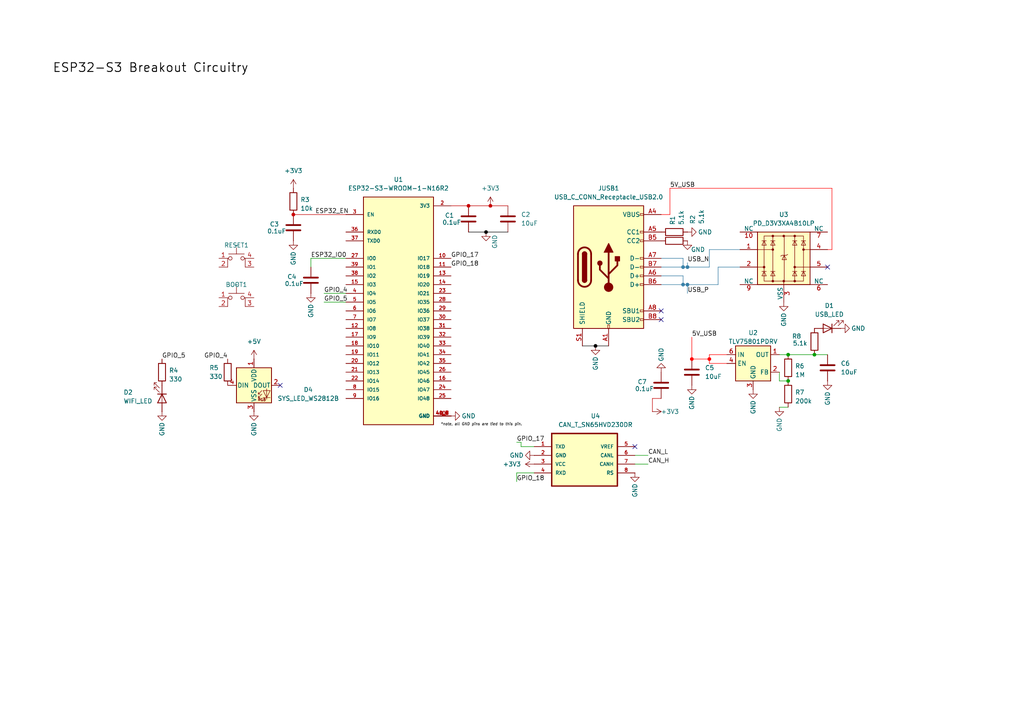
<source format=kicad_sch>
(kicad_sch (version 20231120) (generator "eeschema") (generator_version "8.0")
  (paper "A4")
  (title_block (title "ESP32-S3 Module Breakout Circuitry") (rev "A") (company "Queen's Rocket Engineering Team"))
  (lib_symbols
    (symbol "Connector:USB_C_Receptacle_USB2.0" (pin_names (offset 1.016))
      (property "Reference" "J" (at -10.16 19.05 0))
      (property "Value" "USB_C_Receptacle_USB2.0" (at 19.05 19.05 0))
      (symbol "USB_C_Receptacle_USB2.0_0_0"
        (rectangle (start -0.254 -17.78) (end 0.254 -16.764))
        (rectangle (start 10.16 -14.986) (end 9.144 -15.494))
        (rectangle (start 10.16 -12.446) (end 9.144 -12.954))
        (rectangle (start 10.16 -4.826) (end 9.144 -5.334))
        (rectangle (start 10.16 -2.286) (end 9.144 -2.794))
        (rectangle (start 10.16 0.254) (end 9.144 -0.254))
        (rectangle (start 10.16 2.794) (end 9.144 2.286))
        (rectangle (start 10.16 7.874) (end 9.144 7.366))
        (rectangle (start 10.16 10.414) (end 9.144 9.906))
        (rectangle (start 10.16 15.494) (end 9.144 14.986))
      )
      (symbol "USB_C_Receptacle_USB2.0_0_1"
        (rectangle (start -10.16 17.78) (end 10.16 -17.78) (stroke (width 0.254)) (fill (type background)))
        (arc (start -8.89 -3.81) (mid -6.985 -5.7067) (end -5.08 -3.81) (stroke (width 0.508)))
        (arc (start -7.62 -3.81) (mid -6.985 -4.4423) (end -6.35 -3.81) (stroke (width 0.254)))
        (arc (start -7.62 -3.81) (mid -6.985 -4.4423) (end -6.35 -3.81) (stroke (width 0.254)) (fill (type outline)))
        (rectangle (start -7.62 -3.81) (end -6.35 3.81) (stroke (width 0.254)) (fill (type outline)))
        (arc (start -6.35 3.81) (mid -6.985 4.4423) (end -7.62 3.81) (stroke (width 0.254)))
        (arc (start -6.35 3.81) (mid -6.985 4.4423) (end -7.62 3.81) (stroke (width 0.254)) (fill (type outline)))
        (arc (start -5.08 3.81) (mid -6.985 5.7067) (end -8.89 3.81) (stroke (width 0.508)))
        (circle (center -2.54 1.143) (radius 0.635) (stroke (width 0.254)) (fill (type outline)))
        (circle (center 0 -5.842) (radius 1.27) (fill (type outline)))
        (polyline (pts (xy -8.89 -3.81) (xy -8.89 3.81)) (stroke (width 0.508)))
        (polyline (pts (xy -5.08 3.81) (xy -5.08 -3.81)) (stroke (width 0.508)))
        (polyline (pts (xy 0 -5.842) (xy 0 4.318)) (stroke (width 0.508)))
        (polyline (pts (xy 0 -3.302) (xy -2.54 -0.762) (xy -2.54 0.508)) (stroke (width 0.508)))
        (polyline (pts (xy 0 -2.032) (xy 2.54 0.508) (xy 2.54 1.778)) (stroke (width 0.508)))
        (polyline (pts (xy -1.27 4.318) (xy 0 6.858) (xy 1.27 4.318) (xy -1.27 4.318)) (stroke (width 0.254)) (fill (type outline)))
        (rectangle (start 1.905 1.778) (end 3.175 3.048) (stroke (width 0.254)) (fill (type outline)))
      )
      (symbol "USB_C_Receptacle_USB2.0_1_1"
        (pin passive line (at 0 -22.86 90) (length 5.08) (name "GND") (number "A1"))
        (pin passive line (at 0 -22.86 90) (length 5.08) hide (name "GND") (number "A12"))
        (pin passive line (at 15.24 15.24 180) (length 5.08) (name "VBUS") (number "A4"))
        (pin bidirectional line (at 15.24 10.16 180) (length 5.08) (name "CC1") (number "A5"))
        (pin bidirectional line (at 15.24 -2.54 180) (length 5.08) (name "D+") (number "A6"))
        (pin bidirectional line (at 15.24 2.54 180) (length 5.08) (name "D-") (number "A7"))
        (pin bidirectional line (at 15.24 -12.7 180) (length 5.08) (name "SBU1") (number "A8"))
        (pin passive line (at 15.24 15.24 180) (length 5.08) hide (name "VBUS") (number "A9"))
        (pin passive line (at 0 -22.86 90) (length 5.08) hide (name "GND") (number "B1"))
        (pin passive line (at 0 -22.86 90) (length 5.08) hide (name "GND") (number "B12"))
        (pin passive line (at 15.24 15.24 180) (length 5.08) hide (name "VBUS") (number "B4"))
        (pin bidirectional line (at 15.24 7.62 180) (length 5.08) (name "CC2") (number "B5"))
        (pin bidirectional line (at 15.24 -5.08 180) (length 5.08) (name "D+") (number "B6"))
        (pin bidirectional line (at 15.24 0 180) (length 5.08) (name "D-") (number "B7"))
        (pin bidirectional line (at 15.24 -15.24 180) (length 5.08) (name "SBU2") (number "B8"))
        (pin passive line (at 15.24 15.24 180) (length 5.08) hide (name "VBUS") (number "B9"))
        (pin passive line (at -7.62 -22.86 90) (length 5.08) (name "SHIELD") (number "S1"))
      )
    )
    (symbol "Device:C" (pin_numbers hide) (pin_names (offset 0.254))
      (property "Reference" "C" (at 0.635 2.54 0))
      (property "Value" "C" (at 0.635 -2.54 0))
      (symbol "C_0_1"
        (polyline (pts (xy -2.032 -0.762) (xy 2.032 -0.762)) (stroke (width 0.508)))
        (polyline (pts (xy -2.032 0.762) (xy 2.032 0.762)) (stroke (width 0.508)))
      )
      (symbol "C_1_1"
        (pin passive line (at 0 3.81 270) (length 2.794) (name "~") (number "1"))
        (pin passive line (at 0 -3.81 90) (length 2.794) (name "~") (number "2"))
      )
    )
    (symbol "Device:LED" (pin_numbers hide) (pin_names (offset 1.016) hide)
      (property "Reference" "D" (at 0 2.54 0))
      (property "Value" "LED" (at 0 -2.54 0))
      (symbol "LED_0_1"
        (polyline (pts (xy -1.27 -1.27) (xy -1.27 1.27)) (stroke (width 0.254)))
        (polyline (pts (xy -1.27 0) (xy 1.27 0)))
        (polyline (pts (xy 1.27 -1.27) (xy 1.27 1.27) (xy -1.27 0) (xy 1.27 -1.27)) (stroke (width 0.254)))
        (polyline (pts (xy -3.048 -0.762) (xy -4.572 -2.286) (xy -3.81 -2.286) (xy -4.572 -2.286) (xy -4.572 -1.524)))
        (polyline (pts (xy -1.778 -0.762) (xy -3.302 -2.286) (xy -2.54 -2.286) (xy -3.302 -2.286) (xy -3.302 -1.524)))
      )
      (symbol "LED_1_1"
        (pin passive line (at -3.81 0 0) (length 2.54) (name "K") (number "1"))
        (pin passive line (at 3.81 0 180) (length 2.54) (name "A") (number "2"))
      )
    )
    (symbol "Device:R" (pin_numbers hide) (pin_names (offset 0))
      (property "Reference" "R" (at 2.032 0 90))
      (property "Value" "R" (at 0 0 90))
      (symbol "R_0_1"
        (rectangle (start -1.016 -2.54) (end 1.016 2.54) (stroke (width 0.254)))
      )
      (symbol "R_1_1"
        (pin passive line (at 0 3.81 270) (length 1.27) (name "~") (number "1"))
        (pin passive line (at 0 -3.81 90) (length 1.27) (name "~") (number "2"))
      )
    )
    (symbol "ESP32-S3-WROOM-1-N16R2:ESP32-S3-WROOM-1-N16R2" (pin_names (offset 1.016))
      (property "Reference" "U" (at -10.16 34.1122 0))
      (property "Value" "ESP32-S3-WROOM-1-N16R2" (at -10.16 -35.56 0))
      (symbol "ESP32-S3-WROOM-1-N16R2_0_0"
        (rectangle (start -10.16 -33.02) (end 10.16 33.02) (stroke (width 0.254)) (fill (type background)))
        (pin power_in line (at 15.24 -30.48 180) (length 5.08) (name "GND") (number "1"))
        (pin bidirectional line (at 15.24 15.24 180) (length 5.08) (name "IO17") (number "10"))
        (pin bidirectional line (at 15.24 12.7 180) (length 5.08) (name "IO18") (number "11"))
        (pin bidirectional line (at -15.24 -5.08 0) (length 5.08) (name "IO8") (number "12"))
        (pin bidirectional line (at 15.24 10.16 180) (length 5.08) (name "IO19") (number "13"))
        (pin bidirectional line (at 15.24 7.62 180) (length 5.08) (name "IO20") (number "14"))
        (pin bidirectional line (at -15.24 7.62 0) (length 5.08) (name "IO3") (number "15"))
        (pin bidirectional line (at 15.24 -20.32 180) (length 5.08) (name "IO46") (number "16"))
        (pin bidirectional line (at -15.24 -7.62 0) (length 5.08) (name "IO9") (number "17"))
        (pin bidirectional line (at -15.24 -10.16 0) (length 5.08) (name "IO10") (number "18"))
        (pin bidirectional line (at -15.24 -12.7 0) (length 5.08) (name "IO11") (number "19"))
        (pin power_in line (at 15.24 30.48 180) (length 5.08) (name "3V3") (number "2"))
        (pin bidirectional line (at -15.24 -15.24 0) (length 5.08) (name "IO12") (number "20"))
        (pin bidirectional line (at -15.24 -17.78 0) (length 5.08) (name "IO13") (number "21"))
        (pin bidirectional line (at -15.24 -20.32 0) (length 5.08) (name "IO14") (number "22"))
        (pin bidirectional line (at 15.24 5.08 180) (length 5.08) (name "IO21") (number "23"))
        (pin bidirectional line (at 15.24 -22.86 180) (length 5.08) (name "IO47") (number "24"))
        (pin bidirectional line (at 15.24 -25.4 180) (length 5.08) (name "IO48") (number "25"))
        (pin bidirectional line (at 15.24 -17.78 180) (length 5.08) (name "IO45") (number "26"))
        (pin bidirectional line (at -15.24 15.24 0) (length 5.08) (name "IO0") (number "27"))
        (pin bidirectional line (at 15.24 2.54 180) (length 5.08) (name "IO35") (number "28"))
        (pin bidirectional line (at 15.24 0 180) (length 5.08) (name "IO36") (number "29"))
        (pin input line (at -15.24 27.94 0) (length 5.08) (name "EN") (number "3"))
        (pin bidirectional line (at 15.24 -2.54 180) (length 5.08) (name "IO37") (number "30"))
        (pin bidirectional line (at 15.24 -5.08 180) (length 5.08) (name "IO38") (number "31"))
        (pin bidirectional line (at 15.24 -7.62 180) (length 5.08) (name "IO39") (number "32"))
        (pin bidirectional line (at 15.24 -10.16 180) (length 5.08) (name "IO40") (number "33"))
        (pin bidirectional line (at 15.24 -12.7 180) (length 5.08) (name "IO41") (number "34"))
        (pin bidirectional line (at 15.24 -15.24 180) (length 5.08) (name "IO42") (number "35"))
        (pin bidirectional line (at -15.24 22.86 0) (length 5.08) (name "RXD0") (number "36"))
        (pin bidirectional line (at -15.24 20.32 0) (length 5.08) (name "TXD0") (number "37"))
        (pin bidirectional line (at -15.24 10.16 0) (length 5.08) (name "IO2") (number "38"))
        (pin bidirectional line (at -15.24 12.7 0) (length 5.08) (name "IO1") (number "39"))
        (pin bidirectional line (at -15.24 5.08 0) (length 5.08) (name "IO4") (number "4"))
        (pin power_in line (at 15.24 -30.48 180) (length 5.08) (name "GND") (number "40"))
        (pin power_in line (at 15.24 -30.48 180) (length 5.08) (name "GND") (number "41_1"))
        (pin power_in line (at 15.24 -30.48 180) (length 5.08) (name "GND") (number "41_2"))
        (pin power_in line (at 15.24 -30.48 180) (length 5.08) (name "GND") (number "41_3"))
        (pin power_in line (at 15.24 -30.48 180) (length 5.08) (name "GND") (number "41_4"))
        (pin power_in line (at 15.24 -30.48 180) (length 5.08) (name "GND") (number "41_5"))
        (pin power_in line (at 15.24 -30.48 180) (length 5.08) (name "GND") (number "41_6"))
        (pin power_in line (at 15.24 -30.48 180) (length 5.08) (name "GND") (number "41_7"))
        (pin power_in line (at 15.24 -30.48 180) (length 5.08) (name "GND") (number "41_8"))
        (pin power_in line (at 15.24 -30.48 180) (length 5.08) (name "GND") (number "41_9"))
        (pin bidirectional line (at -15.24 2.54 0) (length 5.08) (name "IO5") (number "5"))
        (pin bidirectional line (at -15.24 0 0) (length 5.08) (name "IO6") (number "6"))
        (pin bidirectional line (at -15.24 -2.54 0) (length 5.08) (name "IO7") (number "7"))
        (pin bidirectional line (at -15.24 -22.86 0) (length 5.08) (name "IO15") (number "8"))
        (pin bidirectional line (at -15.24 -25.4 0) (length 5.08) (name "IO16") (number "9"))
      )
    )
    (symbol "LED:WS2812B" (pin_names (offset 0.254))
      (property "Reference" "D" (at 5.08 5.715 0))
      (property "Value" "WS2812B" (at 1.27 -5.715 0))
      (symbol "WS2812B_0_0"
        (text "RGB" (at 2.286 -4.191 0) (effects (font (size 0.762 0.762))))
      )
      (symbol "WS2812B_0_1"
        (polyline (pts (xy 1.27 -3.556) (xy 1.778 -3.556)))
        (polyline (pts (xy 1.27 -2.54) (xy 1.778 -2.54)))
        (polyline (pts (xy 4.699 -3.556) (xy 2.667 -3.556)))
        (polyline (pts (xy 2.286 -2.54) (xy 1.27 -3.556) (xy 1.27 -3.048)))
        (polyline (pts (xy 2.286 -1.524) (xy 1.27 -2.54) (xy 1.27 -2.032)))
        (polyline (pts (xy 3.683 -1.016) (xy 3.683 -3.556) (xy 3.683 -4.064)))
        (polyline (pts (xy 4.699 -1.524) (xy 2.667 -1.524) (xy 3.683 -3.556) (xy 4.699 -1.524)))
        (rectangle (start 5.08 5.08) (end -5.08 -5.08) (stroke (width 0.254)) (fill (type background)))
      )
      (symbol "WS2812B_1_1"
        (pin power_in line (at 0 7.62 270) (length 2.54) (name "VDD") (number "1"))
        (pin output line (at 7.62 0 180) (length 2.54) (name "DOUT") (number "2"))
        (pin power_in line (at 0 -7.62 90) (length 2.54) (name "VSS") (number "3"))
        (pin input line (at -7.62 0 0) (length 2.54) (name "DIN") (number "4"))
      )
    )
    (symbol "Power_Protection:D3V3XA4B10LP" (pin_names (offset 0))
      (property "Reference" "U" (at -0.635 8.89 0))
      (property "Value" "D3V3XA4B10LP" (at 8.89 -10.16 0))
      (symbol "D3V3XA4B10LP_0_0"
        (rectangle (start -5.715 6.477) (end 5.715 -6.604))
        (polyline (pts (xy -3.175 -6.604) (xy -3.175 6.477)))
        (polyline (pts (xy 0.127 6.477) (xy 0.127 -6.604)))
        (polyline (pts (xy 3.175 6.477) (xy 3.175 -6.604)))
      )
      (symbol "D3V3XA4B10LP_0_1"
        (rectangle (start -7.62 7.62) (end 7.62 -7.62) (stroke (width 0.254)) (fill (type background)))
        (circle (center -5.715 -2.54) (radius 0.2794) (fill (type outline)))
        (circle (center -3.175 -6.604) (radius 0.2794) (fill (type outline)))
        (circle (center -3.175 2.54) (radius 0.2794) (fill (type outline)))
        (circle (center -3.175 6.477) (radius 0.2794) (fill (type outline)))
        (circle (center 0 -6.604) (radius 0.2794) (fill (type outline)))
        (polyline (pts (xy -7.747 2.54) (xy -3.175 2.54)))
        (polyline (pts (xy -7.62 -2.54) (xy -5.715 -2.54)))
        (polyline (pts (xy -5.08 -3.81) (xy -6.35 -3.81)))
        (polyline (pts (xy -5.08 5.08) (xy -6.35 5.08)))
        (polyline (pts (xy -2.54 -3.81) (xy -3.81 -3.81)))
        (polyline (pts (xy -2.54 5.08) (xy -3.81 5.08)))
        (polyline (pts (xy -0.508 0.889) (xy -0.889 0.635)))
        (polyline (pts (xy 0 -6.604) (xy 0 -7.62)))
        (polyline (pts (xy 0.762 0.889) (xy -0.508 0.889)))
        (polyline (pts (xy 0.762 0.889) (xy 1.143 1.143)))
        (polyline (pts (xy 3.81 -3.81) (xy 2.54 -3.81)))
        (polyline (pts (xy 3.81 5.08) (xy 2.54 5.08)))
        (polyline (pts (xy 6.35 -3.81) (xy 5.08 -3.81)))
        (polyline (pts (xy 6.35 5.08) (xy 5.08 5.08)))
        (polyline (pts (xy 7.62 -2.54) (xy 3.175 -2.54)))
        (polyline (pts (xy 7.62 2.54) (xy 5.715 2.54)))
        (polyline (pts (xy -5.08 -5.08) (xy -6.35 -5.08) (xy -5.715 -3.81) (xy -5.08 -5.08)))
        (polyline (pts (xy -5.08 3.81) (xy -6.35 3.81) (xy -5.715 5.08) (xy -5.08 3.81)))
        (polyline (pts (xy -2.54 -5.08) (xy -3.81 -5.08) (xy -3.175 -3.81) (xy -2.54 -5.08)))
        (polyline (pts (xy -2.54 3.81) (xy -3.81 3.81) (xy -3.175 5.08) (xy -2.54 3.81)))
        (polyline (pts (xy 0.762 -0.381) (xy -0.508 -0.381) (xy 0.127 0.889) (xy 0.762 -0.381)))
        (polyline (pts (xy 3.81 -5.08) (xy 2.54 -5.08) (xy 3.175 -3.81) (xy 3.81 -5.08)))
        (polyline (pts (xy 3.81 3.81) (xy 2.54 3.81) (xy 3.175 5.08) (xy 3.81 3.81)))
        (polyline (pts (xy 6.35 -5.08) (xy 5.08 -5.08) (xy 5.715 -3.81) (xy 6.35 -5.08)))
        (polyline (pts (xy 6.35 3.81) (xy 5.08 3.81) (xy 5.715 5.08) (xy 6.35 3.81)))
        (circle (center 0 6.477) (radius 0.2794) (fill (type outline)))
        (circle (center 3.175 -6.604) (radius 0.2794) (fill (type outline)))
        (circle (center 3.175 -2.54) (radius 0.2794) (fill (type outline)))
        (circle (center 3.175 6.477) (radius 0.2794) (fill (type outline)))
        (circle (center 5.715 2.54) (radius 0.2794) (fill (type outline)))
      )
      (symbol "D3V3XA4B10LP_1_1"
        (pin passive line (at -12.7 2.54 0) (length 5.08) (name "~") (number "1"))
        (pin free line (at -12.7 7.62 0) (length 5.08) (name "NC") (number "10"))
        (pin passive line (at -12.7 -2.54 0) (length 5.08) (name "~") (number "2"))
        (pin power_in line (at 0 -12.7 90) (length 5.08) (name "VSS") (number "3"))
        (pin passive line (at 12.7 2.54 180) (length 5.08) (name "~") (number "4"))
        (pin passive line (at 12.7 -2.54 180) (length 5.08) (name "~") (number "5"))
        (pin free line (at 12.7 -7.62 180) (length 5.08) (name "NC") (number "6"))
        (pin free line (at 12.7 7.62 180) (length 5.08) (name "NC") (number "7"))
        (pin passive line (at 0 -12.7 90) (length 5.08) hide (name "VSS") (number "8"))
        (pin free line (at -12.7 -7.62 0) (length 5.08) (name "NC") (number "9"))
      )
    )
    (symbol "Regulator_Linear:TLV75801PDRV"
      (property "Reference" "U" (at -3.81 6.35 0))
      (property "Value" "TLV75801PDRV" (at 0 6.35 0))
      (symbol "TLV75801PDRV_0_1"
        (rectangle (start 5.08 -5.08) (end -5.08 5.08) (stroke (width 0.254)) (fill (type background)))
      )
      (symbol "TLV75801PDRV_1_1"
        (pin power_out line (at 7.62 2.54 180) (length 2.54) (name "OUT") (number "1"))
        (pin input line (at 7.62 -2.54 180) (length 2.54) (name "FB") (number "2"))
        (pin power_in line (at 0 -7.62 90) (length 2.54) (name "GND") (number "3"))
        (pin input line (at -7.62 0 0) (length 2.54) (name "EN") (number "4"))
        (pin no_connect line (at 5.08 0 180) (length 2.54) hide (name "DNC") (number "5"))
        (pin power_in line (at -7.62 2.54 0) (length 2.54) (name "IN") (number "6"))
        (pin passive line (at 0 -7.62 90) (length 2.54) hide (name "GND") (number "7"))
      )
    )
    (symbol "SN65HVD230DR:SN65HVD230DR" (pin_names (offset 1.016))
      (property "Reference" "U4" (at 0 17.78 0))
      (property "Value" "CAN_T_SN65HVD230DR" (at 0 15.24 0))
      (symbol "SN65HVD230DR_0_0"
        (rectangle (start -12.7 12.7) (end 6.35 -2.54) (stroke (width 0.41)) (fill (type background)))
        (pin power_in line (at -17.78 6.35 0) (length 5.08) (name "GND") (number "2"))
        (pin power_in line (at -17.78 3.81 0) (length 5.08) (name "VCC") (number "3"))
        (pin output line (at 11.43 8.89 180) (length 5.08) (name "VREF") (number "5"))
        (pin output line (at 11.43 6.35 180) (length 5.08) (name "CANL") (number "6"))
        (pin output line (at 11.43 3.81 180) (length 5.08) (name "CANH") (number "7"))
        (pin input line (at 11.43 1.27 180) (length 5.08) (name "RS") (number "8"))
      )
      (symbol "SN65HVD230DR_1_0"
        (pin input line (at -17.78 8.89 0) (length 5.08) (name "TXD") (number "1"))
        (pin output line (at -17.78 1.27 0) (length 5.08) (name "RXD") (number "4"))
      )
    )
    (symbol "Switch:SW_MEC_5E" (pin_names (offset 1.016) hide)
      (property "Reference" "SW" (at 0.635 5.715 0))
      (property "Value" "SW_MEC_5E" (at 0 -3.175 0))
      (symbol "SW_MEC_5E_0_1"
        (circle (center -1.778 2.54) (radius 0.508))
        (polyline (pts (xy -2.286 3.81) (xy 2.286 3.81)))
        (polyline (pts (xy 0 3.81) (xy 0 5.588)))
        (polyline (pts (xy -2.54 0) (xy -2.54 2.54) (xy -2.286 2.54)))
        (polyline (pts (xy 2.54 0) (xy 2.54 2.54) (xy 2.286 2.54)))
        (circle (center 1.778 2.54) (radius 0.508))
        (pin passive line (at -5.08 2.54 0) (length 2.54) (name "1") (number "1"))
        (pin passive line (at -5.08 0 0) (length 2.54) (name "2") (number "2"))
        (pin passive line (at 5.08 0 180) (length 2.54) (name "K") (number "3"))
        (pin passive line (at 5.08 2.54 180) (length 2.54) (name "A") (number "4"))
      )
    )
    (symbol "power:+3V3" (power) (pin_numbers hide) (pin_names (offset 0) hide)
      (property "Value" "+3V3" (at 0 3.556 0))
      (symbol "+3V3_0_1"
        (polyline (pts (xy -0.762 1.27) (xy 0 2.54)))
        (polyline (pts (xy 0 0) (xy 0 2.54)))
        (polyline (pts (xy 0 2.54) (xy 0.762 1.27)))
      )
      (symbol "+3V3_1_1"
        (pin power_in line (at 0 0 90) (length 0) (name "~") (number "1"))
      )
    )
    (symbol "power:+5V" (power) (pin_numbers hide) (pin_names (offset 0) hide)
      (property "Value" "+5V" (at 0 3.556 0))
      (symbol "+5V_0_1"
        (polyline (pts (xy -0.762 1.27) (xy 0 2.54)))
        (polyline (pts (xy 0 0) (xy 0 2.54)))
        (polyline (pts (xy 0 2.54) (xy 0.762 1.27)))
      )
      (symbol "+5V_1_1"
        (pin power_in line (at 0 0 90) (length 0) (name "~") (number "1"))
      )
    )
    (symbol "power:GND" (power) (pin_numbers hide) (pin_names (offset 0) hide)
      (property "Value" "GND" (at 0 -3.81 0))
      (symbol "GND_0_1"
        (polyline (pts (xy 0 0) (xy 0 -1.27) (xy 1.27 -1.27) (xy 0 -2.54) (xy -1.27 -1.27) (xy 0 -1.27)))
      )
      (symbol "GND_1_1"
        (pin power_in line (at 0 0 270) (length 0) (name "~") (number "1"))
      )
    )
  )
  (junction (at 172.72 100.33) (color 0 0 0 1))
  (junction (at 198.12 82.55) (color 47 120 160 1))
  (junction (at 228.6 110.49))
  (junction (at 199.39 77.47) (color 47 120 160 1))
  (junction (at 198.12 77.47) (color 47 120 160 1))
  (junction (at 85.09 62.23) (color 194 0 0 1))
  (junction (at 200.66 104.14) (color 255 0 0 1))
  (junction (at 142.24 59.69) (color 194 0 0 1))
  (junction (at 205.74 104.14) (color 255 0 0 1))
  (junction (at 199.39 82.55) (color 47 120 160 1))
  (junction (at 228.6 102.87))
  (junction (at 236.22 102.87))
  (junction (at 135.89 59.69) (color 194 0 0 1))
  (junction (at 140.97 67.31) (color 0 0 0 1))
  (no_connect (at 81.28 111.76))
  (no_connect (at 191.77 92.71))
  (no_connect (at 191.77 90.17))
  (no_connect (at 240.03 77.47))
  (no_connect (at 184.15 129.54))
  (wire (pts (xy 90.17 74.93) (xy 90.17 77.47)))
  (wire (pts (xy 93.98 85.09) (xy 100.33 85.09)))
  (wire (pts (xy 142.24 59.69) (xy 147.32 59.69)) (stroke (width 0) (color 194 0 0 1)))
  (wire (pts (xy 194.31 54.61) (xy 241.3 54.61)) (stroke (width 0) (color 255 0 0 1)))
  (wire (pts (xy 198.12 77.47) (xy 199.39 77.47)) (stroke (width 0) (color 47 120 160 1)))
  (wire (pts (xy 154.94 137.16) (xy 149.86 137.16)))
  (wire (pts (xy 189.23 115.57) (xy 191.77 115.57)) (stroke (width 0) (color 194 0 0 1)))
  (wire (pts (xy 198.12 80.01) (xy 191.77 80.01)) (stroke (width 0) (color 47 120 160 1)))
  (wire (pts (xy 85.09 62.23) (xy 100.33 62.23)) (stroke (width 0) (color 194 0 0 1)))
  (wire (pts (xy 226.06 110.49) (xy 228.6 110.49)))
  (wire (pts (xy 198.12 74.93) (xy 198.12 77.47)) (stroke (width 0) (color 47 120 160 1)))
  (wire (pts (xy 200.66 104.14) (xy 205.74 104.14)) (stroke (width 0) (color 255 0 0 1)))
  (wire (pts (xy 198.12 77.47) (xy 191.77 77.47)) (stroke (width 0) (color 47 120 160 1)))
  (wire (pts (xy 184.15 134.62) (xy 187.96 134.62)))
  (wire (pts (xy 149.86 128.27) (xy 151.13 128.27)))
  (wire (pts (xy 172.72 100.33) (xy 176.53 100.33)) (stroke (width 0) (color 0 0 0 1)))
  (wire (pts (xy 228.6 118.11) (xy 226.06 118.11)))
  (wire (pts (xy 241.3 72.39) (xy 240.03 72.39)) (stroke (width 0) (color 255 0 0 1)))
  (wire (pts (xy 199.39 82.55) (xy 208.28 82.55)) (stroke (width 0) (color 47 120 160 1)))
  (wire (pts (xy 210.82 105.41) (xy 205.74 105.41)) (stroke (width 0) (color 255 0 0 1)))
  (wire (pts (xy 241.3 54.61) (xy 241.3 72.39)) (stroke (width 0) (color 255 0 0 1)))
  (wire (pts (xy 189.23 119.38) (xy 189.23 115.57)) (stroke (width 0) (color 194 0 0 1)))
  (wire (pts (xy 194.31 62.23) (xy 194.31 54.61)) (stroke (width 0) (color 255 0 0 1)))
  (wire (pts (xy 151.13 128.27) (xy 151.13 129.54)))
  (wire (pts (xy 198.12 82.55) (xy 198.12 80.01)) (stroke (width 0) (color 47 120 160 1)))
  (wire (pts (xy 130.81 59.69) (xy 135.89 59.69)) (stroke (width 0) (color 194 0 0 1)))
  (wire (pts (xy 205.74 105.41) (xy 205.74 104.14)) (stroke (width 0) (color 255 0 0 1)))
  (wire (pts (xy 205.74 72.39) (xy 214.63 72.39)) (stroke (width 0) (color 47 120 160 1)))
  (wire (pts (xy 168.91 100.33) (xy 172.72 100.33)) (stroke (width 0) (color 0 0 0 1)))
  (wire (pts (xy 191.77 82.55) (xy 198.12 82.55)) (stroke (width 0) (color 47 120 160 1)))
  (wire (pts (xy 200.66 97.79) (xy 200.66 104.14)) (stroke (width 0) (color 255 0 0 1)))
  (wire (pts (xy 191.77 74.93) (xy 198.12 74.93)) (stroke (width 0) (color 47 120 160 1)))
  (wire (pts (xy 199.39 76.2) (xy 199.39 77.47)) (stroke (width 0) (color 47 120 160 1)))
  (wire (pts (xy 226.06 107.95) (xy 226.06 110.49)))
  (wire (pts (xy 226.06 102.87) (xy 228.6 102.87)))
  (wire (pts (xy 205.74 104.14) (xy 205.74 102.87)) (stroke (width 0) (color 255 0 0 1)))
  (wire (pts (xy 205.74 102.87) (xy 210.82 102.87)) (stroke (width 0) (color 255 0 0 1)))
  (wire (pts (xy 199.39 77.47) (xy 205.74 77.47)) (stroke (width 0) (color 47 120 160 1)))
  (wire (pts (xy 151.13 129.54) (xy 154.94 129.54)))
  (wire (pts (xy 135.89 59.69) (xy 142.24 59.69)) (stroke (width 0) (color 194 0 0 1)))
  (wire (pts (xy 199.39 82.55) (xy 199.39 85.09)) (stroke (width 0) (color 47 120 160 1)))
  (wire (pts (xy 236.22 102.87) (xy 240.03 102.87)))
  (wire (pts (xy 149.86 137.16) (xy 149.86 139.7)))
  (wire (pts (xy 140.97 67.31) (xy 147.32 67.31)) (stroke (width 0) (color 0 0 0 1)))
  (wire (pts (xy 208.28 77.47) (xy 214.63 77.47)) (stroke (width 0) (color 47 120 160 1)))
  (wire (pts (xy 100.33 74.93) (xy 90.17 74.93)))
  (wire (pts (xy 205.74 77.47) (xy 205.74 72.39)) (stroke (width 0) (color 47 120 160 1)))
  (wire (pts (xy 191.77 62.23) (xy 194.31 62.23)) (stroke (width 0) (color 255 0 0 1)))
  (wire (pts (xy 93.98 87.63) (xy 100.33 87.63)))
  (wire (pts (xy 184.15 132.08) (xy 187.96 132.08)))
  (wire (pts (xy 198.12 82.55) (xy 199.39 82.55)) (stroke (width 0) (color 47 120 160 1)))
  (wire (pts (xy 228.6 102.87) (xy 236.22 102.87)))
  (wire (pts (xy 208.28 82.55) (xy 208.28 77.47)) (stroke (width 0) (color 47 120 160 1)))
  (wire (pts (xy 135.89 67.31) (xy 140.97 67.31)) (stroke (width 0) (color 0 0 0 1)))
  (text "ESP32-S3 Breakout Circuitry\n" (at 43.688 19.812 0) (effects (font (size 2.54 2.54) (thickness 0.254) (bold yes))))
  (text "*note, all GND pins are tied to this pin." (at 127.762 123.19 0) (effects (font (size 0.762 0.762) (italic yes)) (justify left)))
  (label "ESP32_IO0" (at 90.17 74.93 0))
  (label "GPIO_18" (at 149.86 139.7 0))
  (label "GPIO_18" (at 130.81 77.47 0))
  (label "GPIO_17" (at 130.81 74.93 0))
  (label "USB_N" (at 199.39 76.2 0) (effects (font (thickness 0.1588))))
  (label "GPIO_4" (at 93.98 85.09 0))
  (label "5V_USB" (at 194.31 54.61 0) (effects (font (thickness 0.1588))))
  (label "GPIO_4" (at 66.04 104.14 180))
  (label "GPIO_5" (at 46.99 104.14 0))
  (label "GPIO_5" (at 93.98 87.63 0))
  (label "CAN_L" (at 187.96 132.08 0))
  (label "ESP32_EN" (at 91.44 62.23 0))
  (label "GPIO_17" (at 149.86 128.27 0))
  (label "CAN_H" (at 187.96 134.62 0))
  (label "5V_USB" (at 200.66 97.79 0) (effects (font (thickness 0.1588))))
  (label "USB_P" (at 199.39 85.09 0) (effects (font (thickness 0.1588))))
  (symbol (lib_id "Device:R") (at 228.6 106.68 0) (unit 1)
    (property "Reference" "R6" (at 230.632 106.172 0) (effects (justify left)))
    (property "Value" "1M" (at 230.632 108.712 0) (effects (justify left)))
    (property "Footprint" "Resistor_SMD:R_0603_1608Metric" (effects (hide yes)))
    (property "Description" "Resistor" (effects (hide yes)))
  )
  (symbol (lib_id "power:GND") (at 240.03 110.49 0) (unit 1)
    (property "Reference" "#PWR016" (effects (hide yes)))
    (property "Value" "GND" (at 240.03 113.538 90) (effects (justify right)))
    (property "Description" "Power symbol creates a global label with name \"GND\" , ground" (effects (hide yes)))
  )
  (symbol (lib_id "power:GND") (at 154.94 132.08 270) (unit 1)
    (property "Reference" "#PWR019" (effects (hide yes)))
    (property "Value" "GND" (at 151.892 132.08 90) (effects (justify right)))
    (property "Description" "Power symbol creates a global label with name \"GND\" , ground" (effects (hide yes)))
  )
  (symbol (lib_id "Power_Protection:D3V3XA4B10LP") (at 227.33 74.93 0) (unit 1)
    (property "Reference" "U3" (at 227.33 62.23 0))
    (property "Value" "PD_D3V3XA4B10LP" (at 227.33 64.77 0))
    (property "Footprint" "Package_DFN_QFN:Diodes_UDFN-10_1.0x2.5mm_P0.5mm" (effects (hide yes)))
    (property "Datasheet" "https://www.diodes.com/assets/Datasheets/D3V3XA4B10LP.pdf" (effects (hide yes)))
    (property "Description" "4-Channel Low Capacitance TVS Diode Array, DFN-10" (effects (hide yes)))
  )
  (symbol (lib_id "Device:R") (at 66.04 107.95 0) (unit 1)
    (property "Reference" "R5" (at 60.706 106.68 0) (effects (justify left)))
    (property "Value" "330" (at 60.706 109.22 0) (effects (justify left)))
    (property "Footprint" "Resistor_SMD:R_0603_1608Metric" (effects (hide yes)))
    (property "Description" "Resistor" (effects (hide yes)))
  )
  (symbol (lib_id "Device:R") (at 236.22 99.06 180) (unit 1)
    (property "Reference" "R8" (at 232.41 97.536 0) (effects (justify left)))
    (property "Value" "5.1k" (at 234.188 99.568 0) (effects (justify left)))
    (property "Footprint" "Resistor_SMD:R_0603_1608Metric" (effects (hide yes)))
    (property "Description" "Resistor" (effects (hide yes)))
  )
  (symbol (lib_id "power:+5V") (at 73.66 104.14 0) (unit 1)
    (property "Reference" "#PWR012" (effects (hide yes)))
    (property "Value" "+5V" (at 73.66 99.06 0))
    (property "Description" "Power symbol creates a global label with name \"+5V\"" (effects (hide yes)))
  )
  (symbol (lib_id "power:+3V3") (at 154.94 134.62 90) (unit 1)
    (property "Reference" "#PWR022" (effects (hide yes)))
    (property "Value" "+3V3" (at 151.13 134.6199 90) (effects (justify left)))
    (property "Description" "Power symbol creates a global label with name \"+3V3\"" (effects (hide yes)))
  )
  (symbol (lib_id "power:GND") (at 46.99 119.38 0) (unit 1)
    (property "Reference" "#PWR013" (effects (hide yes)))
    (property "Value" "GND" (at 46.99 122.428 90) (effects (justify right)))
    (property "Description" "Power symbol creates a global label with name \"GND\" , ground" (effects (hide yes)))
  )
  (symbol (lib_id "Device:LED") (at 240.03 95.25 180) (unit 1)
    (property "Reference" "D1" (at 240.538 88.646 0))
    (property "Value" "USB_LED" (at 240.538 91.186 0))
    (property "Footprint" "LED_SMD:LED_0603_1608Metric" (effects (hide yes)))
    (property "Description" "Light emitting diode" (effects (hide yes)))
  )
  (symbol (lib_id "power:GND") (at 184.15 137.16 0) (unit 1)
    (property "Reference" "#PWR023" (effects (hide yes)))
    (property "Value" "GND" (at 184.15 140.208 90) (effects (justify right)))
    (property "Description" "Power symbol creates a global label with name \"GND\" , ground" (effects (hide yes)))
  )
  (symbol (lib_id "power:GND") (at 172.72 100.33 0) (unit 1)
    (property "Reference" "#PWR03" (effects (hide yes)))
    (property "Value" "GND" (at 172.72 103.378 90) (effects (justify right)))
    (property "Description" "Power symbol creates a global label with name \"GND\" , ground" (effects (hide yes)))
  )
  (symbol (lib_id "Switch:SW_MEC_5E") (at 68.58 88.9 0) (unit 1)
    (property "Reference" "BOOT1" (at 68.58 82.55 0))
    (property "Value" "~" (at 68.58 82.55 0))
    (property "Footprint" "Button_Switch_SMD:SW_SPST_PTS810" (effects (hide yes)))
    (property "Datasheet" "http://www.apem.com/int/index.php?controller=attachment&id_attachment=1371" (effects (hide yes)))
  )
  (symbol (lib_id "Switch:SW_MEC_5E") (at 68.58 77.47 0) (unit 1)
    (property "Reference" "RESET1" (at 68.58 71.12 0))
    (property "Value" "~" (at 68.58 71.12 0))
    (property "Footprint" "Button_Switch_SMD:SW_SPST_PTS810" (effects (hide yes)))
    (property "Datasheet" "http://www.apem.com/int/index.php?controller=attachment&id_attachment=1371" (effects (hide yes)))
  )
  (symbol (lib_id "power:+3V3") (at 142.24 59.69 0) (unit 1)
    (property "Reference" "#PWR06" (effects (hide yes)))
    (property "Value" "+3V3" (at 142.24 54.61 0))
    (property "Description" "Power symbol creates a global label with name \"+3V3\"" (effects (hide yes)))
  )
  (symbol (lib_id "SN65HVD230DR:SN65HVD230DR") (at 172.72 138.43 0) (unit 1)
    (property "Reference" "U4" (at 172.72 120.65 0))
    (property "Value" "CAN_T_SN65HVD230DR" (at 172.72 123.19 0))
    (property "Footprint" "SN65HVD230DR:SOIC127P599X175-8N" (effects (hide yes)))
    (property "MF" "Texas Instruments" (effects (hide yes)))
    (property "Description_1" "\n                        \n                            3.3 V CAN Transceiver with Standby Mode\n                        \n" (effects (hide yes)))
    (property "Package" "SOIC-8 Texas Instruments" (effects (hide yes)))
    (property "Price" "None" (effects (hide yes)))
    (property "SnapEDA_Link" "https://www.snapeda.com/parts/SN65HVD230DR/Texas+Instruments/view-part/?ref=snap" (effects (hide yes)))
    (property "MP" "SN65HVD230DR" (effects (hide yes)))
    (property "Availability" "In Stock" (effects (hide yes)))
    (property "Check_prices" "https://www.snapeda.com/parts/SN65HVD230DR/Texas+Instruments/view-part/?ref=eda" (effects (hide yes)))
  )
  (symbol (lib_id "Device:R") (at 46.99 107.95 0) (unit 1)
    (property "Reference" "R4" (at 49.022 107.442 0) (effects (justify left)))
    (property "Value" "330" (at 49.022 109.982 0) (effects (justify left)))
    (property "Footprint" "Resistor_SMD:R_0603_1608Metric" (effects (hide yes)))
    (property "Description" "Resistor" (effects (hide yes)))
  )
  (symbol (lib_id "Device:C") (at 191.77 111.76 0) (unit 1)
    (property "Reference" "C7" (at 184.912 110.744 0) (effects (justify left)))
    (property "Value" "0.1uF" (at 184.15 112.7761 0) (effects (justify left)))
    (property "Footprint" "Capacitor_SMD:C_0603_1608Metric" (effects (hide yes)))
    (property "Description" "Unpolarized capacitor" (effects (hide yes)))
  )
  (symbol (lib_id "Regulator_Linear:TLV75801PDRV") (at 218.44 105.41 0) (unit 1)
    (property "Reference" "U2" (at 218.44 96.52 0))
    (property "Value" "TLV75801PDRV" (at 218.44 99.06 0))
    (property "Footprint" "Package_SON:WSON-6-1EP_2x2mm_P0.65mm_EP1x1.6mm" (effects (hide yes)))
    (property "Datasheet" "https://www.ti.com/lit/ds/symlink/tlv758p.pdf" (effects (hide yes)))
  )
  (symbol (lib_id "power:GND") (at 199.39 67.31 90) (unit 1)
    (property "Reference" "#PWR01" (effects (hide yes)))
    (property "Value" "GND" (at 202.438 67.31 90) (effects (justify right)))
    (property "Description" "Power symbol creates a global label with name \"GND\" , ground" (effects (hide yes)))
  )
  (symbol (lib_id "power:GND") (at 227.33 87.63 0) (unit 1)
    (property "Reference" "#PWR04" (effects (hide yes)))
    (property "Value" "GND" (at 227.33 90.678 90) (effects (justify right)))
    (property "Description" "Power symbol creates a global label with name \"GND\" , ground" (effects (hide yes)))
  )
  (symbol (lib_id "power:GND") (at 90.17 85.09 0) (unit 1)
    (property "Reference" "#PWR010" (effects (hide yes)))
    (property "Value" "GND" (at 90.17 88.138 90) (effects (justify right)))
    (property "Description" "Power symbol creates a global label with name \"GND\" , ground" (effects (hide yes)))
  )
  (symbol (lib_id "LED:WS2812B") (at 73.66 111.76 0) (unit 1)
    (property "Reference" "D4" (at 89.408 113.03 0))
    (property "Value" "SYS_LED_WS2812B" (at 89.408 115.57 0))
    (property "Footprint" "LED_SMD:LED_WS2812B_PLCC4_5.0x5.0mm_P3.2mm" (effects (hide yes)))
    (property "Datasheet" "https://cdn-shop.adafruit.com/datasheets/WS2812B.pdf" (effects (hide yes)))
  )
  (symbol (lib_id "power:+3V3") (at 85.09 54.61 0) (unit 1)
    (property "Reference" "#PWR07" (effects (hide yes)))
    (property "Value" "+3V3" (at 85.09 49.53 0))
    (property "Description" "Power symbol creates a global label with name \"+3V3\"" (effects (hide yes)))
  )
  (symbol (lib_id "power:+3V3") (at 189.23 119.38 270) (unit 1)
    (property "Reference" "#PWR020" (effects (hide yes)))
    (property "Value" "+3V3" (at 194.31 119.38 90))
    (property "Description" "Power symbol creates a global label with name \"+3V3\"" (effects (hide yes)))
  )
  (symbol (lib_id "power:GND") (at 140.97 67.31 0) (unit 1)
    (property "Reference" "#PWR05" (effects (hide yes)))
    (property "Value" "GND" (at 143.51 68.072 90) (effects (justify right)))
    (property "Description" "Power symbol creates a global label with name \"GND\" , ground" (effects (hide yes)))
  )
  (symbol (lib_id "Device:C") (at 200.66 107.95 0) (unit 1)
    (property "Reference" "C5" (at 204.47 106.6799 0) (effects (justify left)))
    (property "Value" "10uF" (at 204.47 109.2199 0) (effects (justify left)))
    (property "Footprint" "Capacitor_SMD:C_0603_1608Metric" (effects (hide yes)))
    (property "Description" "Unpolarized capacitor" (effects (hide yes)))
  )
  (symbol (lib_id "Device:R") (at 85.09 58.42 0) (unit 1)
    (property "Reference" "R3" (at 87.122 57.912 0) (effects (justify left)))
    (property "Value" "10k" (at 87.122 60.452 0) (effects (justify left)))
    (property "Footprint" "Resistor_SMD:R_0603_1608Metric" (effects (hide yes)))
    (property "Description" "Resistor" (effects (hide yes)))
  )
  (symbol (lib_id "power:GND") (at 130.81 120.65 90) (unit 1)
    (property "Reference" "#PWR09" (effects (hide yes)))
    (property "Value" "GND" (at 133.858 120.65 90) (effects (justify right)))
    (property "Description" "Power symbol creates a global label with name \"GND\" , ground" (effects (hide yes)))
  )
  (symbol (lib_id "Device:C") (at 147.32 63.5 0) (unit 1)
    (property "Reference" "C2" (at 151.13 62.2299 0) (effects (justify left)))
    (property "Value" "10uF" (at 151.13 64.7699 0) (effects (justify left)))
    (property "Footprint" "Capacitor_SMD:C_0603_1608Metric" (effects (hide yes)))
    (property "Description" "Unpolarized capacitor" (effects (hide yes)))
  )
  (symbol (lib_id "Device:R") (at 195.58 67.31 90) (unit 1)
    (property "Reference" "R1" (at 195.072 65.278 0) (effects (justify left)))
    (property "Value" "5.1k" (at 197.612 65.278 0) (effects (justify left)))
    (property "Footprint" "Resistor_SMD:R_0603_1608Metric" (effects (hide yes)))
    (property "Description" "Resistor" (effects (hide yes)))
  )
  (symbol (lib_id "Device:R") (at 228.6 114.3 0) (unit 1)
    (property "Reference" "R7" (at 230.632 113.792 0) (effects (justify left)))
    (property "Value" "200k" (at 230.632 116.332 0) (effects (justify left)))
    (property "Footprint" "Resistor_SMD:R_0603_1608Metric" (effects (hide yes)))
    (property "Description" "Resistor" (effects (hide yes)))
  )
  (symbol (lib_id "ESP32-S3-WROOM-1-N16R2:ESP32-S3-WROOM-1-N16R2") (at 115.57 90.17 0) (unit 1)
    (property "Reference" "U1" (at 115.57 52.07 0))
    (property "Value" "ESP32-S3-WROOM-1-N16R2" (at 115.57 54.61 0))
    (property "Footprint" "ESP32-S3-WROOM-1-N16R2:XCVR_ESP32-S3-WROOM-1-N16R2" (effects (hide yes)))
    (property "MF" "Espressif Systems" (effects (hide yes)))
    (property "MAXIMUM_PACKAGE_HEIGHT" "3.25mm" (effects (hide yes)))
    (property "Package" "NON STANDARD Espressif Systems" (effects (hide yes)))
    (property "Price" "None" (effects (hide yes)))
    (property "Check_prices" "https://www.snapeda.com/parts/ESP32-S3-WROOM-1-N16R2/Espressif+Systems/view-part/?ref=eda" (effects (hide yes)))
    (property "STANDARD" "Manufacturer Recommendations" (effects (hide yes)))
    (property "PARTREV" "v1.0" (effects (hide yes)))
    (property "SnapEDA_Link" "https://www.snapeda.com/parts/ESP32-S3-WROOM-1-N16R2/Espressif+Systems/view-part/?ref=snap" (effects (hide yes)))
    (property "MP" "ESP32-S3-WROOM-1-N16R2" (effects (hide yes)))
    (property "Description_1" "\n                        \n                            Bluetooth, WiFi 802.11b/g/n, Bluetooth v5.0 Transceiver Module 2.4GHz PCB Trace Surface Mount\n                        \n" (effects (hide yes)))
    (property "Availability" "In Stock" (effects (hide yes)))
    (property "MANUFACTURER" "Espressif" (effects (hide yes)))
  )
  (symbol (lib_id "Device:C") (at 85.09 66.04 0) (unit 1)
    (property "Reference" "C3" (at 78.232 65.024 0) (effects (justify left)))
    (property "Value" "0.1uF" (at 77.47 67.0561 0) (effects (justify left)))
    (property "Footprint" "Capacitor_SMD:C_0603_1608Metric" (effects (hide yes)))
    (property "Description" "Unpolarized capacitor" (effects (hide yes)))
  )
  (symbol (lib_id "Device:C") (at 90.17 81.28 0) (unit 1)
    (property "Reference" "C4" (at 83.312 80.264 0) (effects (justify left)))
    (property "Value" "0.1uF" (at 82.55 82.2961 0) (effects (justify left)))
    (property "Footprint" "Capacitor_SMD:C_0603_1608Metric" (effects (hide yes)))
    (property "Description" "Unpolarized capacitor" (effects (hide yes)))
  )
  (symbol (lib_id "power:GND") (at 243.84 95.25 90) (unit 1)
    (property "Reference" "#PWR018" (effects (hide yes)))
    (property "Value" "GND" (at 246.888 95.25 90) (effects (justify right)))
    (property "Description" "Power symbol creates a global label with name \"GND\" , ground" (effects (hide yes)))
  )
  (symbol (lib_id "Device:LED") (at 46.99 115.57 270) (unit 1)
    (property "Reference" "D2" (at 35.814 113.792 90) (effects (justify left)))
    (property "Value" "WIFI_LED" (at 35.814 116.332 90) (effects (justify left)))
    (property "Footprint" "LED_SMD:LED_1206_3216Metric" (effects (hide yes)))
    (property "Description" "Light emitting diode" (effects (hide yes)))
  )
  (symbol (lib_id "power:GND") (at 199.39 69.85 0) (unit 1)
    (property "Reference" "#PWR02" (effects (hide yes)))
    (property "Value" "GND" (at 202.438 72.39 0))
    (property "Description" "Power symbol creates a global label with name \"GND\" , ground" (effects (hide yes)))
  )
  (symbol (lib_id "Device:C") (at 135.89 63.5 0) (unit 1)
    (property "Reference" "C1" (at 129.032 62.484 0) (effects (justify left)))
    (property "Value" "0.1uF" (at 128.27 64.5161 0) (effects (justify left)))
    (property "Footprint" "Capacitor_SMD:C_0603_1608Metric" (effects (hide yes)))
    (property "Description" "Unpolarized capacitor" (effects (hide yes)))
  )
  (symbol (lib_id "power:GND") (at 200.66 111.76 0) (unit 1)
    (property "Reference" "#PWR015" (effects (hide yes)))
    (property "Value" "GND" (at 200.66 114.808 90) (effects (justify right)))
    (property "Description" "Power symbol creates a global label with name \"GND\" , ground" (effects (hide yes)))
  )
  (symbol (lib_id "power:GND") (at 218.44 113.03 0) (unit 1)
    (property "Reference" "#PWR014" (effects (hide yes)))
    (property "Value" "GND" (at 218.44 116.078 90) (effects (justify right)))
    (property "Description" "Power symbol creates a global label with name \"GND\" , ground" (effects (hide yes)))
  )
  (symbol (lib_id "power:GND") (at 191.77 107.95 180) (unit 1)
    (property "Reference" "#PWR021" (effects (hide yes)))
    (property "Value" "GND" (at 191.77 104.902 90) (effects (justify right)))
    (property "Description" "Power symbol creates a global label with name \"GND\" , ground" (effects (hide yes)))
  )
  (symbol (lib_id "power:GND") (at 85.09 69.85 0) (unit 1)
    (property "Reference" "#PWR08" (effects (hide yes)))
    (property "Value" "GND" (at 85.09 72.898 90) (effects (justify right)))
    (property "Description" "Power symbol creates a global label with name \"GND\" , ground" (effects (hide yes)))
  )
  (symbol (lib_id "Device:R") (at 195.58 69.85 90) (unit 1)
    (property "Reference" "R2" (at 200.914 65.024 0) (effects (justify left)))
    (property "Value" "5.1k" (at 203.454 65.024 0) (effects (justify left)))
    (property "Footprint" "Resistor_SMD:R_0603_1608Metric" (effects (hide yes)))
    (property "Description" "Resistor" (effects (hide yes)))
  )
  (symbol (lib_id "power:GND") (at 73.66 119.38 0) (unit 1)
    (property "Reference" "#PWR011" (effects (hide yes)))
    (property "Value" "GND" (at 73.66 122.428 90) (effects (justify right)))
    (property "Description" "Power symbol creates a global label with name \"GND\" , ground" (effects (hide yes)))
  )
  (symbol (lib_id "power:GND") (at 226.06 118.11 0) (unit 1)
    (property "Reference" "#PWR017" (effects (hide yes)))
    (property "Value" "GND" (at 226.06 121.158 90) (effects (justify right)))
    (property "Description" "Power symbol creates a global label with name \"GND\" , ground" (effects (hide yes)))
  )
  (symbol (lib_id "Device:C") (at 240.03 106.68 0) (unit 1)
    (property "Reference" "C6" (at 243.84 105.4099 0) (effects (justify left)))
    (property "Value" "10uF" (at 243.84 107.9499 0) (effects (justify left)))
    (property "Footprint" "Capacitor_SMD:C_0603_1608Metric" (effects (hide yes)))
    (property "Description" "Unpolarized capacitor" (effects (hide yes)))
  )
  (symbol (lib_id "Connector:USB_C_Receptacle_USB2.0") (at 176.53 77.47 0) (unit 1)
    (property "Reference" "JUSB1" (at 176.53 54.61 0))
    (property "Value" "USB_C_CONN_Receptacle_USB2.0" (at 176.53 57.15 0))
    (property "Footprint" "Connector_USB:USB_C_Receptacle_GCT_USB4105-xx-A_16P_TopMnt_Horizontal" (effects (hide yes)))
    (property "Datasheet" "https://www.usb.org/sites/default/files/documents/usb_type-c.zip" (effects (hide yes)))
  )
)
</source>
